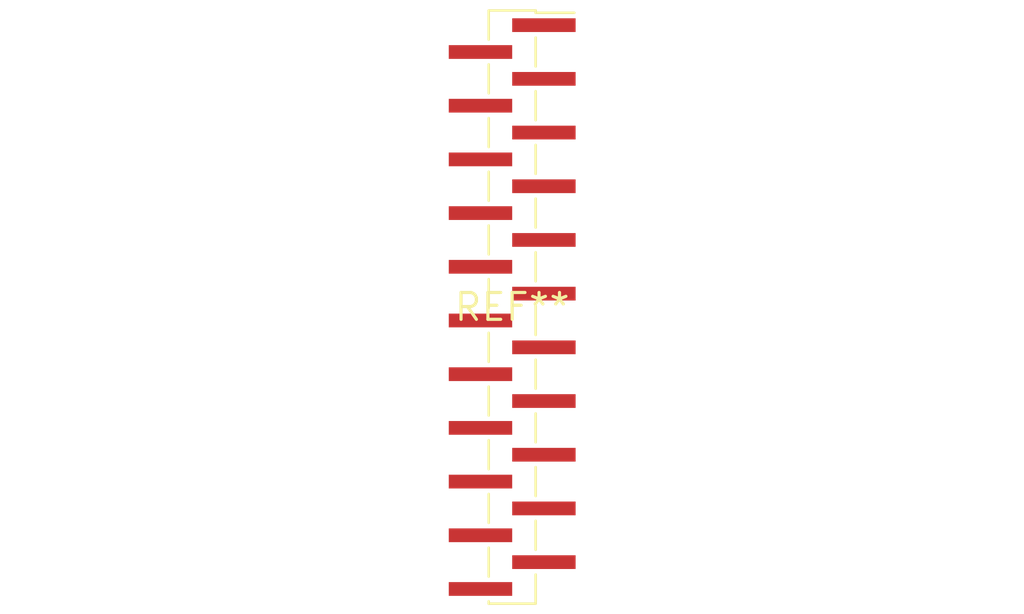
<source format=kicad_pcb>
(kicad_pcb (version 20240108) (generator pcbnew)
  (layers (0 "F.Cu" signal) (31 "B.Cu" signal) (34 "B.Paste" user) (35 "F.Paste" user) (36 "B.SilkS" user "B.Silkscreen") (37 "F.SilkS" user "F.Silkscreen") (38 "B.Mask" user) (39 "F.Mask" user) (44 "Edge.Cuts" user))
  (net 0 "")
  (footprint "PinHeader_1x22_P1.27mm_Vertical_SMD_Pin1Right" (layer "F.Cu") (at 0 0)
    (property "Reference" "REF**")
    (property "Value" "PinHeader_1x22_P1.27mm_Vertical_SMD_Pin1Right")
    (fp_line (start -1.11 -14.03) (end 1.11 -14.03) (layer "F.SilkS") (stroke (width 0.12)))
    (fp_line (start -1.11 -14.02) (end -1.11 -12.65) (layer "F.SilkS") (stroke (width 0.12)))
    (fp_line (start -1.11 -11.48) (end -1.11 -10.11) (layer "F.SilkS") (stroke (width 0.12)))
    (fp_line (start -1.11 -8.94) (end -1.11 -7.57) (layer "F.SilkS") (stroke (width 0.12)))
    (fp_line (start -1.11 -6.4) (end -1.11 -5.03) (layer "F.SilkS") (stroke (width 0.12)))
    (fp_line (start -1.11 -3.86) (end -1.11 -2.49) (layer "F.SilkS") (stroke (width 0.12)))
    (fp_line (start -1.11 -1.32) (end -1.11 0.05) (layer "F.SilkS") (stroke (width 0.12)))
    (fp_line (start -1.11 1.22) (end -1.11 2.59) (layer "F.SilkS") (stroke (width 0.12)))
    (fp_line (start -1.11 3.76) (end -1.11 5.13) (layer "F.SilkS") (stroke (width 0.12)))
    (fp_line (start -1.11 6.3) (end -1.11 7.67) (layer "F.SilkS") (stroke (width 0.12)))
    (fp_line (start -1.11 8.84) (end -1.11 10.21) (layer "F.SilkS") (stroke (width 0.12)))
    (fp_line (start -1.11 11.38) (end -1.11 12.75) (layer "F.SilkS") (stroke (width 0.12)))
    (fp_line (start -1.11 13.92) (end -1.11 14.03) (layer "F.SilkS") (stroke (width 0.12)))
    (fp_line (start -1.11 14.03) (end 1.11 14.03) (layer "F.SilkS") (stroke (width 0.12)))
    (fp_line (start 1.11 -14.03) (end 1.11 -13.92) (layer "F.SilkS") (stroke (width 0.12)))
    (fp_line (start 1.11 -13.92) (end 2.94 -13.92) (layer "F.SilkS") (stroke (width 0.12)))
    (fp_line (start 1.11 -12.75) (end 1.11 -11.38) (layer "F.SilkS") (stroke (width 0.12)))
    (fp_line (start 1.11 -10.21) (end 1.11 -8.84) (layer "F.SilkS") (stroke (width 0.12)))
    (fp_line (start 1.11 -7.67) (end 1.11 -6.3) (layer "F.SilkS") (stroke (width 0.12)))
    (fp_line (start 1.11 -5.13) (end 1.11 -3.76) (layer "F.SilkS") (stroke (width 0.12)))
    (fp_line (start 1.11 -2.59) (end 1.11 -1.22) (layer "F.SilkS") (stroke (width 0.12)))
    (fp_line (start 1.11 -0.05) (end 1.11 1.32) (layer "F.SilkS") (stroke (width 0.12)))
    (fp_line (start 1.11 2.49) (end 1.11 3.86) (layer "F.SilkS") (stroke (width 0.12)))
    (fp_line (start 1.11 5.03) (end 1.11 6.4) (layer "F.SilkS") (stroke (width 0.12)))
    (fp_line (start 1.11 7.57) (end 1.11 8.94) (layer "F.SilkS") (stroke (width 0.12)))
    (fp_line (start 1.11 10.11) (end 1.11 11.48) (layer "F.SilkS") (stroke (width 0.12)))
    (fp_line (start 1.11 12.65) (end 1.11 14.02) (layer "F.SilkS") (stroke (width 0.12)))
    (pad "1" smd rect (at 1.5 -13.335) (size 3 0.65) (layers "F.Cu" "F.Paste" "F.Mask"))
    (pad "2" smd rect (at -1.5 -12.065) (size 3 0.65) (layers "F.Cu" "F.Paste" "F.Mask"))
    (pad "3" smd rect (at 1.5 -10.795) (size 3 0.65) (layers "F.Cu" "F.Paste" "F.Mask"))
    (pad "4" smd rect (at -1.5 -9.525) (size 3 0.65) (layers "F.Cu" "F.Paste" "F.Mask"))
    (pad "5" smd rect (at 1.5 -8.255) (size 3 0.65) (layers "F.Cu" "F.Paste" "F.Mask"))
    (pad "6" smd rect (at -1.5 -6.985) (size 3 0.65) (layers "F.Cu" "F.Paste" "F.Mask"))
    (pad "7" smd rect (at 1.5 -5.715) (size 3 0.65) (layers "F.Cu" "F.Paste" "F.Mask"))
    (pad "8" smd rect (at -1.5 -4.445) (size 3 0.65) (layers "F.Cu" "F.Paste" "F.Mask"))
    (pad "9" smd rect (at 1.5 -3.175) (size 3 0.65) (layers "F.Cu" "F.Paste" "F.Mask"))
    (pad "10" smd rect (at -1.5 -1.905) (size 3 0.65) (layers "F.Cu" "F.Paste" "F.Mask"))
    (pad "11" smd rect (at 1.5 -0.635) (size 3 0.65) (layers "F.Cu" "F.Paste" "F.Mask"))
    (pad "12" smd rect (at -1.5 0.635) (size 3 0.65) (layers "F.Cu" "F.Paste" "F.Mask"))
    (pad "13" smd rect (at 1.5 1.905) (size 3 0.65) (layers "F.Cu" "F.Paste" "F.Mask"))
    (pad "14" smd rect (at -1.5 3.175) (size 3 0.65) (layers "F.Cu" "F.Paste" "F.Mask"))
    (pad "15" smd rect (at 1.5 4.445) (size 3 0.65) (layers "F.Cu" "F.Paste" "F.Mask"))
    (pad "16" smd rect (at -1.5 5.715) (size 3 0.65) (layers "F.Cu" "F.Paste" "F.Mask"))
    (pad "17" smd rect (at 1.5 6.985) (size 3 0.65) (layers "F.Cu" "F.Paste" "F.Mask"))
    (pad "18" smd rect (at -1.5 8.255) (size 3 0.65) (layers "F.Cu" "F.Paste" "F.Mask"))
    (pad "19" smd rect (at 1.5 9.525) (size 3 0.65) (layers "F.Cu" "F.Paste" "F.Mask"))
    (pad "20" smd rect (at -1.5 10.795) (size 3 0.65) (layers "F.Cu" "F.Paste" "F.Mask"))
    (pad "21" smd rect (at 1.5 12.065) (size 3 0.65) (layers "F.Cu" "F.Paste" "F.Mask"))
    (pad "22" smd rect (at -1.5 13.335) (size 3 0.65) (layers "F.Cu" "F.Paste" "F.Mask"))
  )
)
</source>
